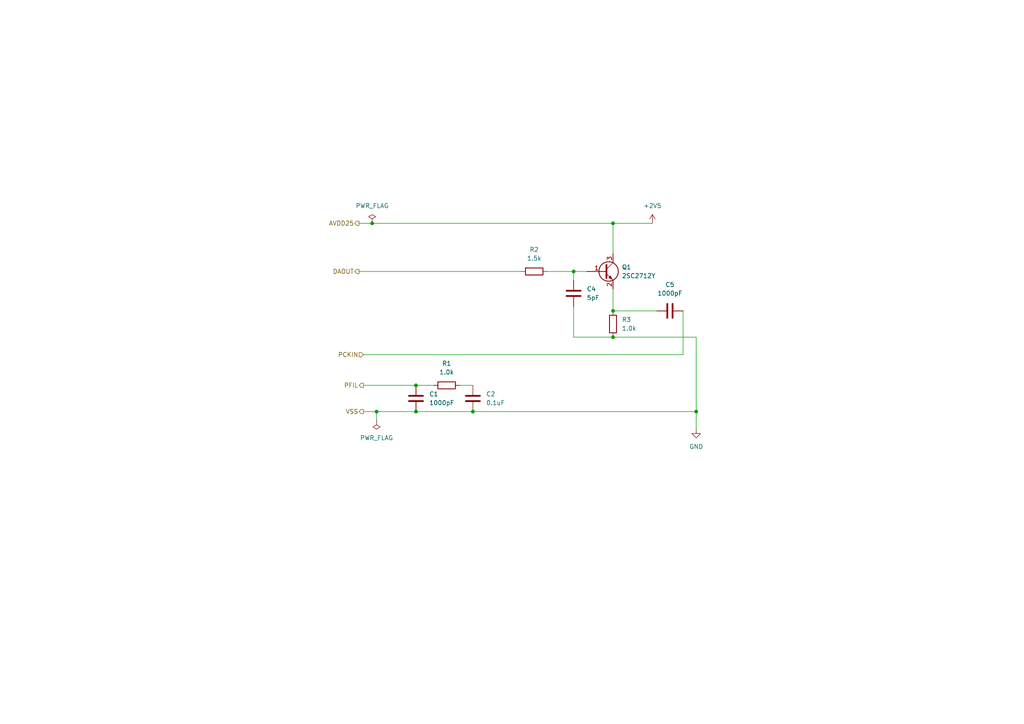
<source format=kicad_sch>
(kicad_sch (version 20211123) (generator eeschema)
  (paper "A4")
  (title_block (title "HDMI input card patch") (date "2022-02-15") (company "mzyy94"))
  (lib_symbols
    (symbol "Device:C" (pin_numbers hide) (pin_names (offset 0.254))
      (property "Reference" "C" (at 0.635 2.54 0))
      (property "Value" "C" (at 0.635 -2.54 0))
      (symbol "C_0_1"
        (polyline (pts (xy -2.032 -0.762) (xy 2.032 -0.762)) (stroke (width 0.508)))
        (polyline (pts (xy -2.032 0.762) (xy 2.032 0.762)) (stroke (width 0.508)))
      )
      (symbol "C_1_1"
        (pin passive line (at 0 3.81 270) (length 2.794) (name "~") (number "1"))
        (pin passive line (at 0 -3.81 90) (length 2.794) (name "~") (number "2"))
      )
    )
    (symbol "Device:Q_NPN_BEC" (pin_names (offset 0) hide)
      (property "Reference" "Q" (at 5.08 1.27 0))
      (property "Value" "Q_NPN_BEC" (at 5.08 -1.27 0))
      (symbol "Q_NPN_BEC_0_1"
        (polyline (pts (xy 0.635 0.635) (xy 2.54 2.54)))
        (polyline (pts (xy 0.635 -0.635) (xy 2.54 -2.54) (xy 2.54 -2.54)))
        (polyline (pts (xy 0.635 1.905) (xy 0.635 -1.905) (xy 0.635 -1.905)) (stroke (width 0.508)))
        (polyline (pts (xy 1.27 -1.778) (xy 1.778 -1.27) (xy 2.286 -2.286) (xy 1.27 -1.778) (xy 1.27 -1.778)) (fill (type outline)))
        (circle (center 1.27 0) (radius 2.8194) (stroke (width 0.254)))
      )
      (symbol "Q_NPN_BEC_1_1"
        (pin input line (at -5.08 0 0) (length 5.715) (name "B") (number "1"))
        (pin passive line (at 2.54 -5.08 90) (length 2.54) (name "E") (number "2"))
        (pin passive line (at 2.54 5.08 270) (length 2.54) (name "C") (number "3"))
      )
    )
    (symbol "Device:R" (pin_numbers hide) (pin_names (offset 0))
      (property "Reference" "R" (at 2.032 0 90))
      (property "Value" "R" (at 0 0 90))
      (symbol "R_0_1"
        (rectangle (start -1.016 -2.54) (end 1.016 2.54) (stroke (width 0.254)))
      )
      (symbol "R_1_1"
        (pin passive line (at 0 3.81 270) (length 1.27) (name "~") (number "1"))
        (pin passive line (at 0 -3.81 90) (length 1.27) (name "~") (number "2"))
      )
    )
    (symbol "power:+2V5" (power) (pin_names (offset 0))
      (property "Value" "+2V5" (at 0 3.556 0))
      (symbol "+2V5_0_1"
        (polyline (pts (xy -0.762 1.27) (xy 0 2.54)))
        (polyline (pts (xy 0 0) (xy 0 2.54)))
        (polyline (pts (xy 0 2.54) (xy 0.762 1.27)))
      )
      (symbol "+2V5_1_1"
        (pin power_in line (at 0 0 90) (length 0) hide (name "+2V5") (number "1"))
      )
    )
    (symbol "power:GND" (power) (pin_names (offset 0))
      (property "Value" "GND" (at 0 -3.81 0))
      (symbol "GND_0_1"
        (polyline (pts (xy 0 0) (xy 0 -1.27) (xy 1.27 -1.27) (xy 0 -2.54) (xy -1.27 -1.27) (xy 0 -1.27)))
      )
      (symbol "GND_1_1"
        (pin power_in line (at 0 0 270) (length 0) hide (name "GND") (number "1"))
      )
    )
    (symbol "power:PWR_FLAG" (power) (pin_numbers hide) (pin_names (offset 0) hide)
      (property "Value" "PWR_FLAG" (at 0 3.81 0))
      (symbol "PWR_FLAG_0_0"
        (pin power_out line (at 0 0 90) (length 0) (name "pwr") (number "1"))
      )
      (symbol "PWR_FLAG_0_1"
        (polyline (pts (xy 0 0) (xy 0 1.27) (xy -1.016 1.905) (xy 0 2.54) (xy 1.016 1.905) (xy 0 1.27)))
      )
    )
  )
  (junction (at 201.93 119.38))
  (junction (at 120.65 119.38))
  (junction (at 177.8 97.79))
  (junction (at 177.8 90.17))
  (junction (at 166.37 78.74))
  (junction (at 177.8 64.77))
  (junction (at 109.22 119.38))
  (junction (at 107.95 64.77))
  (junction (at 120.65 111.76))
  (junction (at 137.16 119.38))
  (wire (pts (xy 120.65 119.38) (xy 137.16 119.38)))
  (wire (pts (xy 177.8 90.17) (xy 177.8 83.82)))
  (wire (pts (xy 198.12 90.17) (xy 198.12 102.87)))
  (wire (pts (xy 166.37 97.79) (xy 177.8 97.79)))
  (wire (pts (xy 137.16 111.76) (xy 133.35 111.76)))
  (wire (pts (xy 166.37 78.74) (xy 170.18 78.74)))
  (wire (pts (xy 166.37 81.28) (xy 166.37 78.74)))
  (wire (pts (xy 105.41 111.76) (xy 120.65 111.76)))
  (wire (pts (xy 198.12 102.87) (xy 105.41 102.87)))
  (wire (pts (xy 177.8 64.77) (xy 177.8 73.66)))
  (wire (pts (xy 109.22 119.38) (xy 120.65 119.38)))
  (wire (pts (xy 158.75 78.74) (xy 166.37 78.74)))
  (wire (pts (xy 120.65 111.76) (xy 125.73 111.76)))
  (wire (pts (xy 201.93 119.38) (xy 201.93 124.46)))
  (wire (pts (xy 137.16 119.38) (xy 201.93 119.38)))
  (wire (pts (xy 190.5 90.17) (xy 177.8 90.17)))
  (wire (pts (xy 104.14 78.74) (xy 151.13 78.74)))
  (wire (pts (xy 177.8 64.77) (xy 189.23 64.77)))
  (wire (pts (xy 109.22 119.38) (xy 109.22 121.92)))
  (wire (pts (xy 201.93 119.38) (xy 201.93 97.79)))
  (wire (pts (xy 166.37 88.9) (xy 166.37 97.79)))
  (wire (pts (xy 105.41 119.38) (xy 109.22 119.38)))
  (wire (pts (xy 104.14 64.77) (xy 107.95 64.77)))
  (wire (pts (xy 201.93 97.79) (xy 177.8 97.79)))
  (wire (pts (xy 107.95 64.77) (xy 177.8 64.77)))
  (hierarchical_label "DAOUT" (shape output) (at 104.14 78.74 180))
  (hierarchical_label "PCKIN" (shape input) (at 105.41 102.87 180))
  (hierarchical_label "AVDD25" (shape output) (at 104.14 64.77 180))
  (hierarchical_label "PFIL" (shape output) (at 105.41 111.76 180))
  (hierarchical_label "VSS" (shape output) (at 105.41 119.38 180))
  (symbol (lib_id "power:PWR_FLAG") (at 109.22 121.92 180) (unit 1)
    (property "Reference" "#FLG0102" (effects hide))
    (property "Value" "PWR_FLAG" (at 109.22 127 0))
  )
  (symbol (lib_id "Device:R") (at 129.54 111.76 90) (unit 1)
    (property "Reference" "R1" (at 129.54 105.41 90))
    (property "Value" "1.0k" (at 129.54 107.95 90))
    (property "Footprint" "Resistor_SMD:R_0603_1608Metric_Pad0.98x0.95mm_HandSolder" (effects hide))
  )
  (symbol (lib_id "Device:C") (at 120.65 115.57 0) (unit 1)
    (property "Reference" "C1" (at 124.46 114.2999 0) (effects (justify left)))
    (property "Value" "1000pF" (at 124.46 116.8399 0) (effects (justify left)))
    (property "Footprint" "Capacitor_SMD:C_0603_1608Metric_Pad1.08x0.95mm_HandSolder" (effects hide))
  )
  (symbol (lib_id "Device:C") (at 137.16 115.57 0) (unit 1)
    (property "Reference" "C2" (at 140.97 114.2999 0) (effects (justify left)))
    (property "Value" "0.1uF" (at 140.97 116.8399 0) (effects (justify left)))
    (property "Footprint" "Capacitor_SMD:C_0603_1608Metric_Pad1.08x0.95mm_HandSolder" (effects hide))
  )
  (symbol (lib_id "Device:C") (at 166.37 85.09 0) (unit 1)
    (property "Reference" "C4" (at 170.18 83.8199 0) (effects (justify left)))
    (property "Value" "5pF" (at 170.18 86.3599 0) (effects (justify left)))
    (property "Footprint" "Capacitor_SMD:C_0603_1608Metric_Pad1.08x0.95mm_HandSolder" (effects hide))
  )
  (symbol (lib_id "power:PWR_FLAG") (at 107.95 64.77 0) (unit 1)
    (property "Reference" "#FLG0101" (effects hide))
    (property "Value" "PWR_FLAG" (at 107.95 59.69 0))
  )
  (symbol (lib_id "Device:C") (at 194.31 90.17 90) (unit 1)
    (property "Reference" "C5" (at 194.31 82.55 90))
    (property "Value" "1000pF" (at 194.31 85.09 90))
    (property "Footprint" "Capacitor_SMD:C_0603_1608Metric_Pad1.08x0.95mm_HandSolder" (effects hide))
  )
  (symbol (lib_id "Device:Q_NPN_BEC") (at 175.26 78.74 0) (unit 1)
    (property "Reference" "Q1" (at 180.34 77.4699 0) (effects (justify left)))
    (property "Value" "2SC2712Y" (at 180.34 80.0099 0) (effects (justify left)))
    (property "Footprint" "Package_TO_SOT_SMD:SC-59_Handsoldering" (effects hide))
  )
  (symbol (lib_id "Device:R") (at 154.94 78.74 90) (unit 1)
    (property "Reference" "R2" (at 154.94 72.39 90))
    (property "Value" "1.5k" (at 154.94 74.93 90))
    (property "Footprint" "Resistor_SMD:R_0603_1608Metric_Pad0.98x0.95mm_HandSolder" (effects hide))
  )
  (symbol (lib_id "Device:R") (at 177.8 93.98 0) (unit 1)
    (property "Reference" "R3" (at 180.34 92.7099 0) (effects (justify left)))
    (property "Value" "1.0k" (at 180.34 95.2499 0) (effects (justify left)))
    (property "Footprint" "Resistor_SMD:R_0603_1608Metric_Pad0.98x0.95mm_HandSolder" (effects hide))
  )
  (symbol (lib_id "power:+2V5") (at 189.23 64.77 0) (unit 1)
    (property "Reference" "#PWR0102" (effects hide))
    (property "Value" "+2V5" (at 189.23 59.69 0))
  )
  (symbol (lib_id "power:GND") (at 201.93 124.46 0) (unit 1)
    (property "Reference" "#PWR0101" (effects hide))
    (property "Value" "GND" (at 201.93 129.54 0))
  )
)
</source>
